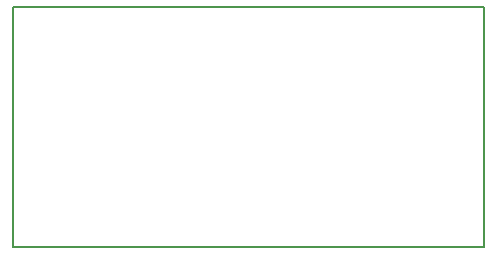
<source format=gbr>
G04 #@! TF.FileFunction,Profile,NP*
%FSLAX46Y46*%
G04 Gerber Fmt 4.6, Leading zero omitted, Abs format (unit mm)*
G04 Created by KiCad (PCBNEW 0.201512211246+6391~39~ubuntu15.04.1-stable) date Do 31 Dez 2015 10:57:25 CET*
%MOMM*%
G01*
G04 APERTURE LIST*
%ADD10C,0.100000*%
%ADD11C,0.150000*%
G04 APERTURE END LIST*
D10*
D11*
X168148000Y-116840000D02*
X168148000Y-116332000D01*
X168148000Y-116586000D02*
X168148000Y-96520000D01*
X128270000Y-96520000D02*
X168148000Y-96520000D01*
X128270000Y-116840000D02*
X168148000Y-116840000D01*
X128270000Y-116840000D02*
X128270000Y-116586000D01*
X128270000Y-97282000D02*
X128270000Y-96520000D01*
X128270000Y-116586000D02*
X128270000Y-97282000D01*
M02*

</source>
